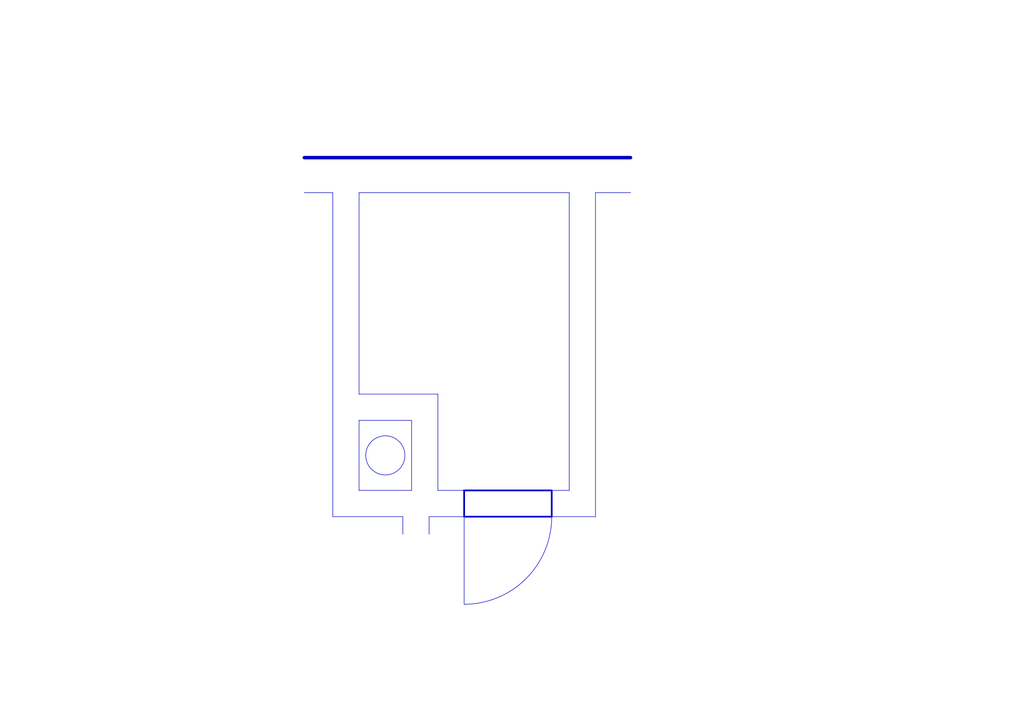
<source format=kicad_sch>
(kicad_sch (version 20230121) (generator eeschema)
  (paper "A4")
  (title_block (title "Projekt elektroinštalácie rodinného domu") (date "2024-05-09") (rev "1") (comment 4 "001-24") (comment 5 "Konanie stavby: 96901 Banská Štiavnica, Belianska 1770/15"))
  (lib_symbols)
  (polyline (pts (xy 96.52 55.88) (xy 96.52 149.86)))
  (polyline (pts (xy 134.62 147.32) (xy 134.62 149.86)))
  (polyline (pts (xy 134.62 175.26) (xy 134.62 149.86)))
  (polyline (pts (xy 124.46 149.86) (xy 124.46 154.94)))
  (polyline (pts (xy 160.02 142.24) (xy 160.02 149.86)))
  (polyline (pts (xy 127 114.3) (xy 127 142.24)))
  (polyline (pts (xy 172.72 55.88) (xy 182.88 55.88)))
  (polyline (pts (xy 119.38 142.24) (xy 119.38 121.92)))
  (polyline (pts (xy 134.62 149.86) (xy 134.62 142.24)))
  (polyline (pts (xy 88.265 45.72) (xy 182.88 45.72)) (stroke (width 1)))
  (polyline (pts (xy 116.84 149.86) (xy 96.52 149.86)))
  (polyline (pts (xy 127 142.24) (xy 134.62 142.24)))
  (polyline (pts (xy 165.1 55.88) (xy 165.1 142.24)))
  (polyline (pts (xy 104.14 114.3) (xy 127 114.3)))
  (polyline (pts (xy 104.14 121.92) (xy 104.14 142.24)))
  (polyline (pts (xy 124.46 149.86) (xy 134.62 149.86)))
  (polyline (pts (xy 104.14 114.3) (xy 104.14 55.88)))
  (polyline (pts (xy 165.1 142.24) (xy 160.02 142.24)))
  (polyline (pts (xy 104.14 55.88) (xy 165.1 55.88)))
  (polyline (pts (xy 96.52 55.88) (xy 88.265 55.88)))
  (polyline (pts (xy 160.02 149.86) (xy 172.72 149.86)))
  (polyline (pts (xy 116.84 154.94) (xy 116.84 149.86)))
  (polyline (pts (xy 172.72 55.88) (xy 172.72 149.86)))
  (polyline (pts (xy 119.38 142.24) (xy 104.14 142.24)))
  (polyline (pts (xy 119.38 121.92) (xy 104.14 121.92)))
  (arc (start 160.02 149.86) (mid 152.5805 167.8205) (end 134.62 175.26))
  (circle (center 111.76 132.08) (radius 5.6796))
  (rectangle (start 160.02 149.86) (end 134.62 142.24) (stroke (width 0.5)))
)
</source>
